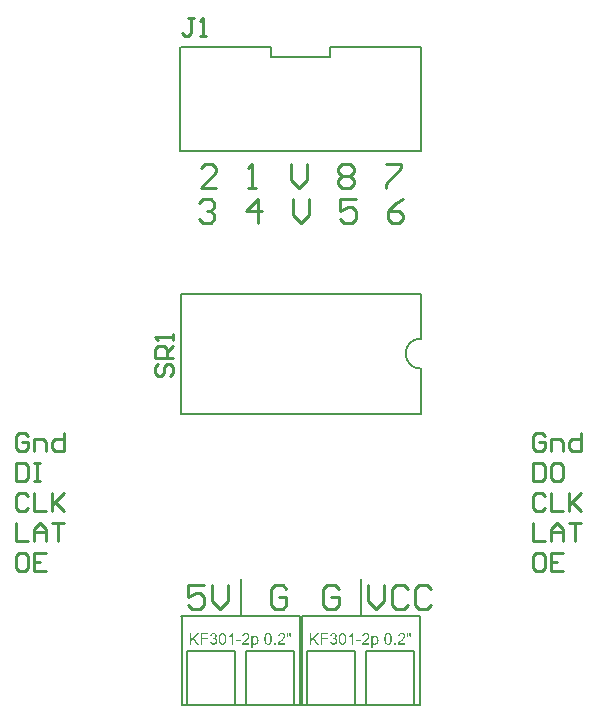
<source format=gbr>
G04 Layer_Color=65535*
%FSLAX26Y26*%
%MOIN*%
%TF.FileFunction,Legend,Top*%
%TF.Part,Single*%
G01*
G75*
%TA.AperFunction,NonConductor*%
%ADD23C,0.007874*%
%ADD24C,0.010000*%
G36*
X110028Y-931448D02*
X110788Y-931566D01*
X111666Y-931741D01*
X112660Y-931975D01*
X113655Y-932326D01*
X114650Y-932794D01*
X114708D01*
X114766Y-932852D01*
X115118Y-933028D01*
X115585Y-933321D01*
X116171Y-933730D01*
X116814Y-934256D01*
X117516Y-934900D01*
X118159Y-935660D01*
X118745Y-936480D01*
X118803Y-936596D01*
X118978Y-936889D01*
X119213Y-937357D01*
X119447Y-937942D01*
X119680Y-938702D01*
X119915Y-939521D01*
X120090Y-940399D01*
X120148Y-941394D01*
Y-941510D01*
Y-941803D01*
X120090Y-942271D01*
X119973Y-942856D01*
X119797Y-943558D01*
X119564Y-944318D01*
X119271Y-945138D01*
X118803Y-945898D01*
X118745Y-946015D01*
X118569Y-946249D01*
X118218Y-946600D01*
X117808Y-947068D01*
X117224Y-947595D01*
X116580Y-948121D01*
X115761Y-948706D01*
X114825Y-949174D01*
X114883D01*
X115001Y-949232D01*
X115176D01*
X115410Y-949350D01*
X115995Y-949525D01*
X116755Y-949876D01*
X117575Y-950285D01*
X118452Y-950870D01*
X119329Y-951572D01*
X120090Y-952450D01*
X120148Y-952567D01*
X120382Y-952918D01*
X120675Y-953444D01*
X121085Y-954146D01*
X121436Y-955024D01*
X121728Y-956077D01*
X121962Y-957306D01*
X122020Y-958651D01*
Y-958710D01*
Y-958885D01*
Y-959119D01*
X121962Y-959470D01*
X121903Y-959938D01*
X121845Y-960406D01*
X121728Y-960991D01*
X121552Y-961576D01*
X121143Y-962922D01*
X120850Y-963682D01*
X120441Y-964384D01*
X120031Y-965086D01*
X119564Y-965788D01*
X118978Y-966490D01*
X118335Y-967192D01*
X118276Y-967250D01*
X118159Y-967367D01*
X117984Y-967485D01*
X117692Y-967718D01*
X117341Y-968011D01*
X116873Y-968303D01*
X116346Y-968596D01*
X115820Y-968889D01*
X115176Y-969240D01*
X114474Y-969532D01*
X113713Y-969824D01*
X112894Y-970117D01*
X112017Y-970351D01*
X111081Y-970468D01*
X110087Y-970585D01*
X109092Y-970644D01*
X108624D01*
X108273Y-970585D01*
X107805Y-970527D01*
X107337Y-970468D01*
X106752Y-970409D01*
X106167Y-970293D01*
X104822Y-969942D01*
X103418Y-969356D01*
X102716Y-969064D01*
X102072Y-968654D01*
X101370Y-968187D01*
X100727Y-967660D01*
X100668Y-967601D01*
X100609Y-967543D01*
X100434Y-967367D01*
X100200Y-967134D01*
X99966Y-966783D01*
X99674Y-966432D01*
X99323Y-966022D01*
X99030Y-965554D01*
X98328Y-964384D01*
X97743Y-963038D01*
X97216Y-961518D01*
X97041Y-960698D01*
X96924Y-959821D01*
X101662Y-959178D01*
Y-959236D01*
X101721Y-959353D01*
Y-959587D01*
X101838Y-959821D01*
X102013Y-960523D01*
X102306Y-961400D01*
X102657Y-962337D01*
X103125Y-963331D01*
X103710Y-964208D01*
X104353Y-964969D01*
X104471Y-965028D01*
X104704Y-965261D01*
X105114Y-965495D01*
X105699Y-965846D01*
X106343Y-966139D01*
X107162Y-966432D01*
X108097Y-966665D01*
X109092Y-966724D01*
X109443D01*
X109677Y-966665D01*
X110262Y-966607D01*
X111022Y-966432D01*
X111959Y-966139D01*
X112894Y-965788D01*
X113831Y-965203D01*
X114708Y-964442D01*
X114825Y-964326D01*
X115059Y-964033D01*
X115410Y-963565D01*
X115878Y-962863D01*
X116287Y-962044D01*
X116638Y-961049D01*
X116873Y-959938D01*
X116990Y-958710D01*
Y-958651D01*
Y-958592D01*
Y-958417D01*
X116931Y-958183D01*
X116873Y-957598D01*
X116697Y-956837D01*
X116463Y-956019D01*
X116053Y-955082D01*
X115527Y-954205D01*
X114825Y-953386D01*
X114708Y-953269D01*
X114474Y-953035D01*
X114006Y-952742D01*
X113362Y-952333D01*
X112602Y-951923D01*
X111666Y-951631D01*
X110671Y-951397D01*
X109501Y-951280D01*
X108975D01*
X108566Y-951338D01*
X108097Y-951397D01*
X107513Y-951456D01*
X106869Y-951572D01*
X106167Y-951748D01*
X106694Y-947595D01*
X106986D01*
X107220Y-947653D01*
X107981D01*
X108507Y-947595D01*
X109267Y-947477D01*
X110087Y-947302D01*
X110964Y-947010D01*
X111900Y-946659D01*
X112836Y-946132D01*
X112953Y-946073D01*
X113246Y-945840D01*
X113597Y-945430D01*
X114064Y-944904D01*
X114532Y-944260D01*
X114883Y-943441D01*
X115176Y-942447D01*
X115293Y-941277D01*
Y-941218D01*
Y-941159D01*
Y-940867D01*
X115176Y-940399D01*
X115059Y-939755D01*
X114883Y-939112D01*
X114532Y-938410D01*
X114123Y-937649D01*
X113538Y-937006D01*
X113480Y-936947D01*
X113246Y-936713D01*
X112836Y-936421D01*
X112309Y-936129D01*
X111666Y-935778D01*
X110906Y-935543D01*
X110028Y-935309D01*
X109034Y-935251D01*
X108566D01*
X108039Y-935368D01*
X107454Y-935485D01*
X106694Y-935660D01*
X105933Y-936011D01*
X105172Y-936421D01*
X104412Y-937006D01*
X104353Y-937064D01*
X104120Y-937298D01*
X103827Y-937708D01*
X103476Y-938293D01*
X103067Y-938995D01*
X102716Y-939872D01*
X102365Y-940926D01*
X102130Y-942154D01*
X97392Y-941335D01*
Y-941277D01*
X97451Y-941101D01*
X97509Y-940867D01*
X97567Y-940574D01*
X97684Y-940165D01*
X97802Y-939697D01*
X98211Y-938644D01*
X98679Y-937474D01*
X99381Y-936245D01*
X100200Y-935076D01*
X101253Y-934023D01*
X101311Y-933964D01*
X101370Y-933905D01*
X101546Y-933788D01*
X101838Y-933613D01*
X102130Y-933438D01*
X102481Y-933203D01*
X103359Y-932677D01*
X104471Y-932209D01*
X105816Y-931799D01*
X107278Y-931507D01*
X108097Y-931390D01*
X109443D01*
X110028Y-931448D01*
D02*
G37*
G36*
X44917Y-947185D02*
X61766Y-970000D01*
X55038D01*
X41349Y-950636D01*
X35090Y-956662D01*
Y-970000D01*
X30000D01*
Y-931566D01*
X35090D01*
Y-950578D01*
X54160Y-931566D01*
X61063D01*
X44917Y-947185D01*
D02*
G37*
G36*
X200293Y-958476D02*
X185844D01*
Y-953737D01*
X200293D01*
Y-958476D01*
D02*
G37*
G36*
X248965Y-941628D02*
X249785Y-941745D01*
X250779Y-941979D01*
X251832Y-942271D01*
X252885Y-942739D01*
X253938Y-943383D01*
X253996D01*
X254055Y-943441D01*
X254406Y-943734D01*
X254874Y-944143D01*
X255518Y-944728D01*
X256161Y-945430D01*
X256863Y-946366D01*
X257507Y-947361D01*
X258091Y-948589D01*
Y-948648D01*
X258150Y-948764D01*
X258209Y-948940D01*
X258325Y-949174D01*
X258442Y-949466D01*
X258560Y-949876D01*
X258793Y-950754D01*
X259027Y-951865D01*
X259262Y-953093D01*
X259437Y-954439D01*
X259495Y-955902D01*
Y-955960D01*
Y-956077D01*
Y-956311D01*
Y-956604D01*
X259437Y-957013D01*
Y-957423D01*
X259320Y-958476D01*
X259086Y-959645D01*
X258852Y-960933D01*
X258442Y-962278D01*
X257916Y-963624D01*
Y-963682D01*
X257858Y-963799D01*
X257740Y-963975D01*
X257623Y-964208D01*
X257272Y-964793D01*
X256805Y-965554D01*
X256161Y-966373D01*
X255400Y-967250D01*
X254523Y-968069D01*
X253470Y-968830D01*
X253411D01*
X253353Y-968889D01*
X253178Y-969005D01*
X252944Y-969122D01*
X252358Y-969415D01*
X251598Y-969707D01*
X250662Y-970058D01*
X249667Y-970351D01*
X248498Y-970585D01*
X247327Y-970644D01*
X246918D01*
X246508Y-970585D01*
X245923Y-970527D01*
X245280Y-970409D01*
X244578Y-970234D01*
X243817Y-970000D01*
X243115Y-969707D01*
X243057Y-969649D01*
X242823Y-969532D01*
X242472Y-969298D01*
X242062Y-969005D01*
X241536Y-968654D01*
X241068Y-968245D01*
X240542Y-967718D01*
X240073Y-967192D01*
Y-980647D01*
X235335D01*
Y-942154D01*
X239664D01*
Y-945781D01*
X239722Y-945664D01*
X239898Y-945430D01*
X240249Y-945079D01*
X240659Y-944611D01*
X241126Y-944085D01*
X241712Y-943558D01*
X242355Y-943032D01*
X243057Y-942622D01*
X243174Y-942563D01*
X243408Y-942447D01*
X243817Y-942271D01*
X244344Y-942037D01*
X245046Y-941861D01*
X245806Y-941686D01*
X246684Y-941569D01*
X247679Y-941510D01*
X248263D01*
X248965Y-941628D01*
D02*
G37*
G36*
X-259669Y-931448D02*
X-258967Y-931566D01*
X-258148Y-931683D01*
X-257212Y-931917D01*
X-256276Y-932268D01*
X-255399Y-932677D01*
X-255281Y-932736D01*
X-254989Y-932911D01*
X-254579Y-933203D01*
X-253994Y-933554D01*
X-253410Y-934081D01*
X-252766Y-934725D01*
X-252123Y-935427D01*
X-251537Y-936245D01*
X-251479Y-936362D01*
X-251304Y-936655D01*
X-251011Y-937182D01*
X-250660Y-937825D01*
X-250309Y-938644D01*
X-249899Y-939639D01*
X-249490Y-940750D01*
X-249139Y-941979D01*
Y-942037D01*
X-249081Y-942154D01*
Y-942330D01*
X-249022Y-942622D01*
X-248905Y-942914D01*
X-248846Y-943324D01*
X-248788Y-943851D01*
X-248671Y-944377D01*
X-248613Y-945020D01*
X-248554Y-945664D01*
X-248437Y-946424D01*
X-248379Y-947244D01*
X-248320Y-948121D01*
Y-948999D01*
X-248262Y-951046D01*
Y-951105D01*
Y-951338D01*
Y-951689D01*
Y-952158D01*
X-248320Y-952742D01*
Y-953386D01*
X-248379Y-954146D01*
X-248437Y-954966D01*
X-248613Y-956721D01*
X-248846Y-958534D01*
X-249197Y-960347D01*
X-249431Y-961167D01*
X-249666Y-961986D01*
Y-962044D01*
X-249724Y-962161D01*
X-249782Y-962395D01*
X-249899Y-962688D01*
X-250075Y-963038D01*
X-250250Y-963389D01*
X-250719Y-964326D01*
X-251304Y-965379D01*
X-252006Y-966432D01*
X-252825Y-967485D01*
X-253819Y-968420D01*
X-253877D01*
X-253936Y-968538D01*
X-254112Y-968596D01*
X-254287Y-968771D01*
X-254930Y-969122D01*
X-255691Y-969532D01*
X-256744Y-969942D01*
X-257914Y-970293D01*
X-259260Y-970527D01*
X-260781Y-970644D01*
X-261307D01*
X-261716Y-970585D01*
X-262185Y-970527D01*
X-262711Y-970409D01*
X-263296Y-970293D01*
X-263940Y-970176D01*
X-265344Y-969707D01*
X-266104Y-969356D01*
X-266806Y-969005D01*
X-267567Y-968538D01*
X-268269Y-968011D01*
X-268912Y-967426D01*
X-269555Y-966724D01*
X-269614Y-966665D01*
X-269731Y-966490D01*
X-269906Y-966197D01*
X-270140Y-965788D01*
X-270433Y-965261D01*
X-270726Y-964618D01*
X-271077Y-963857D01*
X-271428Y-962922D01*
X-271779Y-961927D01*
X-272130Y-960757D01*
X-272422Y-959470D01*
X-272714Y-958066D01*
X-272949Y-956486D01*
X-273124Y-954848D01*
X-273241Y-952976D01*
X-273300Y-951046D01*
Y-950987D01*
Y-950754D01*
Y-950403D01*
Y-949934D01*
X-273241Y-949350D01*
Y-948706D01*
X-273183Y-947946D01*
X-273124Y-947126D01*
X-272949Y-945371D01*
X-272714Y-943558D01*
X-272422Y-941745D01*
X-272188Y-940926D01*
X-271954Y-940106D01*
Y-940048D01*
X-271896Y-939931D01*
X-271779Y-939697D01*
X-271661Y-939404D01*
X-271545Y-939053D01*
X-271369Y-938644D01*
X-270901Y-937708D01*
X-270316Y-936655D01*
X-269614Y-935602D01*
X-268795Y-934607D01*
X-267800Y-933672D01*
X-267742D01*
X-267683Y-933554D01*
X-267508Y-933438D01*
X-267274Y-933321D01*
X-266689Y-932970D01*
X-265870Y-932501D01*
X-264875Y-932092D01*
X-263647Y-931741D01*
X-262301Y-931507D01*
X-260781Y-931390D01*
X-260254D01*
X-259669Y-931448D01*
D02*
G37*
G36*
X367662Y-937884D02*
X366375Y-945138D01*
X363509D01*
X362280Y-937884D01*
Y-931566D01*
X367662D01*
Y-937884D01*
D02*
G37*
G36*
X359004D02*
X357776Y-945138D01*
X354909D01*
X353622Y-937884D01*
Y-931566D01*
X359004D01*
Y-937884D01*
D02*
G37*
G36*
X92186Y-936070D02*
X71359D01*
Y-948062D01*
X89377D01*
Y-952567D01*
X71359D01*
Y-970000D01*
X66270D01*
Y-931566D01*
X92186D01*
Y-936070D01*
D02*
G37*
G36*
X292431Y-931448D02*
X293133Y-931566D01*
X293952Y-931683D01*
X294888Y-931917D01*
X295824Y-932268D01*
X296702Y-932677D01*
X296818Y-932736D01*
X297111Y-932911D01*
X297521Y-933203D01*
X298106Y-933554D01*
X298690Y-934081D01*
X299334Y-934725D01*
X299978Y-935427D01*
X300562Y-936245D01*
X300621Y-936362D01*
X300796Y-936655D01*
X301089Y-937182D01*
X301440Y-937825D01*
X301791Y-938644D01*
X302200Y-939639D01*
X302610Y-940750D01*
X302961Y-941979D01*
Y-942037D01*
X303019Y-942154D01*
Y-942330D01*
X303078Y-942622D01*
X303195Y-942914D01*
X303253Y-943324D01*
X303312Y-943851D01*
X303429Y-944377D01*
X303488Y-945020D01*
X303546Y-945664D01*
X303663Y-946424D01*
X303721Y-947244D01*
X303780Y-948121D01*
Y-948999D01*
X303839Y-951046D01*
Y-951105D01*
Y-951338D01*
Y-951689D01*
Y-952158D01*
X303780Y-952742D01*
Y-953386D01*
X303721Y-954146D01*
X303663Y-954966D01*
X303488Y-956721D01*
X303253Y-958534D01*
X302902Y-960347D01*
X302668Y-961167D01*
X302435Y-961986D01*
Y-962044D01*
X302376Y-962161D01*
X302317Y-962395D01*
X302200Y-962688D01*
X302025Y-963038D01*
X301849Y-963389D01*
X301382Y-964326D01*
X300796Y-965379D01*
X300094Y-966432D01*
X299276Y-967485D01*
X298281Y-968420D01*
X298223D01*
X298164Y-968538D01*
X297988Y-968596D01*
X297813Y-968771D01*
X297170Y-969122D01*
X296409Y-969532D01*
X295356Y-969942D01*
X294186Y-970293D01*
X292841Y-970527D01*
X291320Y-970644D01*
X290793D01*
X290384Y-970585D01*
X289916Y-970527D01*
X289389Y-970409D01*
X288804Y-970293D01*
X288161Y-970176D01*
X286757Y-969707D01*
X285996Y-969356D01*
X285294Y-969005D01*
X284534Y-968538D01*
X283832Y-968011D01*
X283188Y-967426D01*
X282545Y-966724D01*
X282486Y-966665D01*
X282369Y-966490D01*
X282193Y-966197D01*
X281959Y-965788D01*
X281667Y-965261D01*
X281375Y-964618D01*
X281024Y-963857D01*
X280673Y-962922D01*
X280322Y-961927D01*
X279971Y-960757D01*
X279678Y-959470D01*
X279385Y-958066D01*
X279151Y-956486D01*
X278976Y-954848D01*
X278859Y-952976D01*
X278800Y-951046D01*
Y-950987D01*
Y-950754D01*
Y-950403D01*
Y-949934D01*
X278859Y-949350D01*
Y-948706D01*
X278918Y-947946D01*
X278976Y-947126D01*
X279151Y-945371D01*
X279385Y-943558D01*
X279678Y-941745D01*
X279912Y-940926D01*
X280146Y-940106D01*
Y-940048D01*
X280204Y-939931D01*
X280322Y-939697D01*
X280438Y-939404D01*
X280555Y-939053D01*
X280731Y-938644D01*
X281199Y-937708D01*
X281784Y-936655D01*
X282486Y-935602D01*
X283305Y-934607D01*
X284300Y-933672D01*
X284358D01*
X284416Y-933554D01*
X284592Y-933438D01*
X284826Y-933321D01*
X285411Y-932970D01*
X286230Y-932501D01*
X287224Y-932092D01*
X288453Y-931741D01*
X289798Y-931507D01*
X291320Y-931390D01*
X291846D01*
X292431Y-931448D01*
D02*
G37*
G36*
X140331D02*
X141033Y-931566D01*
X141852Y-931683D01*
X142788Y-931917D01*
X143724Y-932268D01*
X144601Y-932677D01*
X144719Y-932736D01*
X145011Y-932911D01*
X145421Y-933203D01*
X146006Y-933554D01*
X146590Y-934081D01*
X147234Y-934725D01*
X147877Y-935427D01*
X148463Y-936245D01*
X148521Y-936362D01*
X148696Y-936655D01*
X148989Y-937182D01*
X149340Y-937825D01*
X149691Y-938644D01*
X150101Y-939639D01*
X150510Y-940750D01*
X150861Y-941979D01*
Y-942037D01*
X150919Y-942154D01*
Y-942330D01*
X150978Y-942622D01*
X151095Y-942914D01*
X151154Y-943324D01*
X151212Y-943851D01*
X151329Y-944377D01*
X151387Y-945020D01*
X151446Y-945664D01*
X151563Y-946424D01*
X151621Y-947244D01*
X151680Y-948121D01*
Y-948999D01*
X151738Y-951046D01*
Y-951105D01*
Y-951338D01*
Y-951689D01*
Y-952158D01*
X151680Y-952742D01*
Y-953386D01*
X151621Y-954146D01*
X151563Y-954966D01*
X151387Y-956721D01*
X151154Y-958534D01*
X150803Y-960347D01*
X150569Y-961167D01*
X150334Y-961986D01*
Y-962044D01*
X150276Y-962161D01*
X150218Y-962395D01*
X150101Y-962688D01*
X149925Y-963038D01*
X149750Y-963389D01*
X149281Y-964326D01*
X148696Y-965379D01*
X147994Y-966432D01*
X147175Y-967485D01*
X146181Y-968420D01*
X146123D01*
X146064Y-968538D01*
X145888Y-968596D01*
X145713Y-968771D01*
X145070Y-969122D01*
X144309Y-969532D01*
X143256Y-969942D01*
X142086Y-970293D01*
X140740Y-970527D01*
X139220Y-970644D01*
X138693D01*
X138284Y-970585D01*
X137815Y-970527D01*
X137289Y-970409D01*
X136704Y-970293D01*
X136060Y-970176D01*
X134656Y-969707D01*
X133896Y-969356D01*
X133194Y-969005D01*
X132434Y-968538D01*
X131732Y-968011D01*
X131088Y-967426D01*
X130445Y-966724D01*
X130386Y-966665D01*
X130269Y-966490D01*
X130094Y-966197D01*
X129859Y-965788D01*
X129567Y-965261D01*
X129274Y-964618D01*
X128923Y-963857D01*
X128572Y-962922D01*
X128221Y-961927D01*
X127871Y-960757D01*
X127578Y-959470D01*
X127285Y-958066D01*
X127052Y-956486D01*
X126876Y-954848D01*
X126759Y-952976D01*
X126701Y-951046D01*
Y-950987D01*
Y-950754D01*
Y-950403D01*
Y-949934D01*
X126759Y-949350D01*
Y-948706D01*
X126817Y-947946D01*
X126876Y-947126D01*
X127052Y-945371D01*
X127285Y-943558D01*
X127578Y-941745D01*
X127812Y-940926D01*
X128046Y-940106D01*
Y-940048D01*
X128105Y-939931D01*
X128221Y-939697D01*
X128339Y-939404D01*
X128456Y-939053D01*
X128631Y-938644D01*
X129099Y-937708D01*
X129684Y-936655D01*
X130386Y-935602D01*
X131205Y-934607D01*
X132200Y-933672D01*
X132258D01*
X132316Y-933554D01*
X132492Y-933438D01*
X132726Y-933321D01*
X133311Y-932970D01*
X134130Y-932501D01*
X135125Y-932092D01*
X136353Y-931741D01*
X137698Y-931507D01*
X139220Y-931390D01*
X139746D01*
X140331Y-931448D01*
D02*
G37*
G36*
X174320Y-970000D02*
X169581D01*
Y-939931D01*
X169523Y-939990D01*
X169288Y-940223D01*
X168879Y-940516D01*
X168352Y-940926D01*
X167709Y-941452D01*
X166948Y-941979D01*
X166071Y-942622D01*
X165077Y-943207D01*
X165018D01*
X164959Y-943265D01*
X164608Y-943500D01*
X164082Y-943792D01*
X163439Y-944143D01*
X162678Y-944553D01*
X161859Y-944904D01*
X160982Y-945313D01*
X160162Y-945664D01*
Y-941043D01*
X160221D01*
X160338Y-940984D01*
X160572Y-940867D01*
X160806Y-940692D01*
X161157Y-940516D01*
X161566Y-940341D01*
X162502Y-939814D01*
X163555Y-939170D01*
X164726Y-938410D01*
X165895Y-937533D01*
X167007Y-936596D01*
X167065Y-936538D01*
X167124Y-936480D01*
X167475Y-936129D01*
X168001Y-935602D01*
X168645Y-934958D01*
X169347Y-934139D01*
X170049Y-933262D01*
X170692Y-932326D01*
X171219Y-931390D01*
X174320D01*
Y-970000D01*
D02*
G37*
G36*
X337183Y-931448D02*
X337651Y-931507D01*
X338178Y-931566D01*
X338763Y-931624D01*
X339406Y-931799D01*
X340810Y-932150D01*
X342273Y-932677D01*
X343034Y-933028D01*
X343736Y-933438D01*
X344379Y-933964D01*
X345022Y-934490D01*
X345081Y-934549D01*
X345139Y-934607D01*
X345315Y-934783D01*
X345549Y-935017D01*
X345783Y-935368D01*
X346075Y-935719D01*
X346661Y-936596D01*
X347245Y-937708D01*
X347772Y-938995D01*
X348182Y-940457D01*
X348240Y-941277D01*
X348298Y-942096D01*
Y-942212D01*
Y-942505D01*
X348240Y-942973D01*
X348182Y-943558D01*
X348065Y-944260D01*
X347889Y-945020D01*
X347655Y-945840D01*
X347304Y-946659D01*
X347245Y-946775D01*
X347128Y-947068D01*
X346894Y-947477D01*
X346543Y-948062D01*
X346134Y-948764D01*
X345608Y-949583D01*
X344906Y-950403D01*
X344145Y-951338D01*
X344028Y-951456D01*
X343736Y-951807D01*
X343209Y-952333D01*
X342858Y-952684D01*
X342449Y-953093D01*
X341981Y-953562D01*
X341396Y-954088D01*
X340810Y-954615D01*
X340167Y-955258D01*
X339465Y-955902D01*
X338646Y-956604D01*
X337827Y-957306D01*
X336891Y-958125D01*
X336832Y-958183D01*
X336716Y-958300D01*
X336481Y-958476D01*
X336189Y-958710D01*
X335487Y-959294D01*
X334610Y-960055D01*
X333732Y-960874D01*
X332796Y-961693D01*
X332036Y-962395D01*
X331743Y-962688D01*
X331450Y-962980D01*
X331392Y-963038D01*
X331275Y-963214D01*
X331041Y-963448D01*
X330748Y-963799D01*
X330105Y-964559D01*
X329462Y-965495D01*
X348357D01*
Y-970000D01*
X322909D01*
Y-969942D01*
Y-969707D01*
Y-969356D01*
X322968Y-968947D01*
X323026Y-968479D01*
X323085Y-967952D01*
X323260Y-967367D01*
X323436Y-966783D01*
Y-966724D01*
X323495Y-966665D01*
X323611Y-966314D01*
X323846Y-965846D01*
X324197Y-965144D01*
X324606Y-964384D01*
X325191Y-963506D01*
X325776Y-962629D01*
X326536Y-961693D01*
Y-961635D01*
X326654Y-961576D01*
X326946Y-961225D01*
X327414Y-960698D01*
X328116Y-959996D01*
X328993Y-959178D01*
X330046Y-958183D01*
X331334Y-957072D01*
X332738Y-955843D01*
X332796Y-955784D01*
X333030Y-955609D01*
X333322Y-955375D01*
X333732Y-954966D01*
X334259Y-954556D01*
X334844Y-954029D01*
X336130Y-952918D01*
X337534Y-951572D01*
X338938Y-950227D01*
X339640Y-949583D01*
X340226Y-948940D01*
X340752Y-948297D01*
X341220Y-947712D01*
Y-947653D01*
X341337Y-947595D01*
X341454Y-947419D01*
X341571Y-947185D01*
X341922Y-946600D01*
X342332Y-945840D01*
X342741Y-944962D01*
X343092Y-944026D01*
X343326Y-942973D01*
X343443Y-941979D01*
Y-941920D01*
Y-941861D01*
X343385Y-941510D01*
X343326Y-940984D01*
X343209Y-940341D01*
X342916Y-939580D01*
X342565Y-938819D01*
X342098Y-938000D01*
X341396Y-937240D01*
X341279Y-937182D01*
X341045Y-936947D01*
X340577Y-936655D01*
X339991Y-936245D01*
X339231Y-935894D01*
X338353Y-935602D01*
X337300Y-935368D01*
X336130Y-935309D01*
X335779D01*
X335546Y-935368D01*
X334961Y-935427D01*
X334200Y-935543D01*
X333322Y-935836D01*
X332387Y-936187D01*
X331509Y-936713D01*
X330690Y-937415D01*
X330632Y-937533D01*
X330397Y-937766D01*
X330046Y-938235D01*
X329695Y-938878D01*
X329286Y-939697D01*
X328993Y-940633D01*
X328760Y-941745D01*
X328642Y-943032D01*
X323787Y-942505D01*
Y-942447D01*
Y-942271D01*
X323846Y-941979D01*
X323904Y-941628D01*
X324021Y-941159D01*
X324079Y-940633D01*
X324430Y-939463D01*
X324899Y-938117D01*
X325542Y-936772D01*
X326420Y-935427D01*
X326887Y-934841D01*
X327473Y-934256D01*
X327531Y-934198D01*
X327648Y-934139D01*
X327824Y-933964D01*
X328058Y-933788D01*
X328409Y-933613D01*
X328818Y-933321D01*
X329286Y-933087D01*
X329812Y-932794D01*
X330397Y-932560D01*
X331041Y-932268D01*
X331801Y-932034D01*
X332562Y-931858D01*
X334317Y-931507D01*
X335253Y-931448D01*
X336248Y-931390D01*
X336774D01*
X337183Y-931448D01*
D02*
G37*
G36*
X316650Y-970000D02*
X311268D01*
Y-964618D01*
X316650D01*
Y-970000D01*
D02*
G37*
G36*
X217844Y-931448D02*
X218311Y-931507D01*
X218838Y-931566D01*
X219423Y-931624D01*
X220066Y-931799D01*
X221470Y-932150D01*
X222933Y-932677D01*
X223694Y-933028D01*
X224395Y-933438D01*
X225039Y-933964D01*
X225683Y-934490D01*
X225741Y-934549D01*
X225799Y-934607D01*
X225975Y-934783D01*
X226209Y-935017D01*
X226443Y-935368D01*
X226736Y-935719D01*
X227321Y-936596D01*
X227905Y-937708D01*
X228432Y-938995D01*
X228841Y-940457D01*
X228900Y-941277D01*
X228958Y-942096D01*
Y-942212D01*
Y-942505D01*
X228900Y-942973D01*
X228841Y-943558D01*
X228725Y-944260D01*
X228549Y-945020D01*
X228315Y-945840D01*
X227964Y-946659D01*
X227905Y-946775D01*
X227788Y-947068D01*
X227554Y-947477D01*
X227203Y-948062D01*
X226794Y-948764D01*
X226268Y-949583D01*
X225565Y-950403D01*
X224805Y-951338D01*
X224688Y-951456D01*
X224395Y-951807D01*
X223869Y-952333D01*
X223518Y-952684D01*
X223108Y-953093D01*
X222641Y-953562D01*
X222055Y-954088D01*
X221470Y-954615D01*
X220827Y-955258D01*
X220125Y-955902D01*
X219306Y-956604D01*
X218487Y-957306D01*
X217551Y-958125D01*
X217493Y-958183D01*
X217375Y-958300D01*
X217142Y-958476D01*
X216849Y-958710D01*
X216147Y-959294D01*
X215269Y-960055D01*
X214392Y-960874D01*
X213456Y-961693D01*
X212696Y-962395D01*
X212403Y-962688D01*
X212111Y-962980D01*
X212052Y-963038D01*
X211935Y-963214D01*
X211701Y-963448D01*
X211409Y-963799D01*
X210765Y-964559D01*
X210121Y-965495D01*
X229017D01*
Y-970000D01*
X203570D01*
Y-969942D01*
Y-969707D01*
Y-969356D01*
X203628Y-968947D01*
X203686Y-968479D01*
X203745Y-967952D01*
X203921Y-967367D01*
X204096Y-966783D01*
Y-966724D01*
X204155Y-966665D01*
X204272Y-966314D01*
X204506Y-965846D01*
X204857Y-965144D01*
X205266Y-964384D01*
X205851Y-963506D01*
X206436Y-962629D01*
X207196Y-961693D01*
Y-961635D01*
X207314Y-961576D01*
X207606Y-961225D01*
X208074Y-960698D01*
X208776Y-959996D01*
X209654Y-959178D01*
X210707Y-958183D01*
X211994Y-957072D01*
X213398Y-955843D01*
X213456Y-955784D01*
X213690Y-955609D01*
X213982Y-955375D01*
X214392Y-954966D01*
X214918Y-954556D01*
X215504Y-954029D01*
X216791Y-952918D01*
X218195Y-951572D01*
X219599Y-950227D01*
X220300Y-949583D01*
X220886Y-948940D01*
X221412Y-948297D01*
X221880Y-947712D01*
Y-947653D01*
X221997Y-947595D01*
X222114Y-947419D01*
X222231Y-947185D01*
X222582Y-946600D01*
X222992Y-945840D01*
X223401Y-944962D01*
X223752Y-944026D01*
X223986Y-942973D01*
X224103Y-941979D01*
Y-941920D01*
Y-941861D01*
X224044Y-941510D01*
X223986Y-940984D01*
X223869Y-940341D01*
X223577Y-939580D01*
X223226Y-938819D01*
X222757Y-938000D01*
X222055Y-937240D01*
X221939Y-937182D01*
X221704Y-936947D01*
X221237Y-936655D01*
X220651Y-936245D01*
X219891Y-935894D01*
X219013Y-935602D01*
X217960Y-935368D01*
X216791Y-935309D01*
X216440D01*
X216206Y-935368D01*
X215620Y-935427D01*
X214860Y-935543D01*
X213982Y-935836D01*
X213047Y-936187D01*
X212169Y-936713D01*
X211350Y-937415D01*
X211292Y-937533D01*
X211058Y-937766D01*
X210707Y-938235D01*
X210356Y-938878D01*
X209946Y-939697D01*
X209654Y-940633D01*
X209419Y-941745D01*
X209303Y-943032D01*
X204447Y-942505D01*
Y-942447D01*
Y-942271D01*
X204506Y-941979D01*
X204564Y-941628D01*
X204681Y-941159D01*
X204739Y-940633D01*
X205090Y-939463D01*
X205559Y-938117D01*
X206202Y-936772D01*
X207079Y-935427D01*
X207548Y-934841D01*
X208132Y-934256D01*
X208191Y-934198D01*
X208308Y-934139D01*
X208483Y-933964D01*
X208718Y-933788D01*
X209069Y-933613D01*
X209478Y-933321D01*
X209946Y-933087D01*
X210472Y-932794D01*
X211058Y-932560D01*
X211701Y-932268D01*
X212462Y-932034D01*
X213222Y-931858D01*
X214977Y-931507D01*
X215913Y-931448D01*
X216907Y-931390D01*
X217434D01*
X217844Y-931448D01*
D02*
G37*
G36*
X-107569D02*
X-106867Y-931566D01*
X-106048Y-931683D01*
X-105112Y-931917D01*
X-104176Y-932268D01*
X-103299Y-932677D01*
X-103181Y-932736D01*
X-102889Y-932911D01*
X-102480Y-933203D01*
X-101894Y-933554D01*
X-101309Y-934081D01*
X-100666Y-934725D01*
X-100022Y-935427D01*
X-99438Y-936245D01*
X-99379Y-936362D01*
X-99204Y-936655D01*
X-98911Y-937182D01*
X-98560Y-937825D01*
X-98209Y-938644D01*
X-97799Y-939639D01*
X-97390Y-940750D01*
X-97039Y-941979D01*
Y-942037D01*
X-96981Y-942154D01*
Y-942330D01*
X-96922Y-942622D01*
X-96805Y-942914D01*
X-96746Y-943324D01*
X-96688Y-943851D01*
X-96571Y-944377D01*
X-96513Y-945020D01*
X-96454Y-945664D01*
X-96337Y-946424D01*
X-96278Y-947244D01*
X-96220Y-948121D01*
Y-948999D01*
X-96162Y-951046D01*
Y-951105D01*
Y-951338D01*
Y-951689D01*
Y-952158D01*
X-96220Y-952742D01*
Y-953386D01*
X-96278Y-954146D01*
X-96337Y-954966D01*
X-96513Y-956721D01*
X-96746Y-958534D01*
X-97097Y-960347D01*
X-97332Y-961167D01*
X-97566Y-961986D01*
Y-962044D01*
X-97624Y-962161D01*
X-97683Y-962395D01*
X-97799Y-962688D01*
X-97975Y-963038D01*
X-98150Y-963389D01*
X-98618Y-964326D01*
X-99204Y-965379D01*
X-99906Y-966432D01*
X-100725Y-967485D01*
X-101719Y-968420D01*
X-101778D01*
X-101836Y-968538D01*
X-102011Y-968596D01*
X-102187Y-968771D01*
X-102831Y-969122D01*
X-103591Y-969532D01*
X-104644Y-969942D01*
X-105814Y-970293D01*
X-107159Y-970527D01*
X-108680Y-970644D01*
X-109207D01*
X-109617Y-970585D01*
X-110085Y-970527D01*
X-110611Y-970409D01*
X-111196Y-970293D01*
X-111840Y-970176D01*
X-113243Y-969707D01*
X-114004Y-969356D01*
X-114706Y-969005D01*
X-115466Y-968538D01*
X-116168Y-968011D01*
X-116812Y-967426D01*
X-117456Y-966724D01*
X-117514Y-966665D01*
X-117631Y-966490D01*
X-117806Y-966197D01*
X-118040Y-965788D01*
X-118333Y-965261D01*
X-118626Y-964618D01*
X-118977Y-963857D01*
X-119328Y-962922D01*
X-119678Y-961927D01*
X-120029Y-960757D01*
X-120322Y-959470D01*
X-120615Y-958066D01*
X-120849Y-956486D01*
X-121024Y-954848D01*
X-121141Y-952976D01*
X-121200Y-951046D01*
Y-950987D01*
Y-950754D01*
Y-950403D01*
Y-949934D01*
X-121141Y-949350D01*
Y-948706D01*
X-121082Y-947946D01*
X-121024Y-947126D01*
X-120849Y-945371D01*
X-120615Y-943558D01*
X-120322Y-941745D01*
X-120088Y-940926D01*
X-119854Y-940106D01*
Y-940048D01*
X-119796Y-939931D01*
X-119678Y-939697D01*
X-119561Y-939404D01*
X-119445Y-939053D01*
X-119269Y-938644D01*
X-118801Y-937708D01*
X-118216Y-936655D01*
X-117514Y-935602D01*
X-116695Y-934607D01*
X-115701Y-933672D01*
X-115642D01*
X-115584Y-933554D01*
X-115408Y-933438D01*
X-115174Y-933321D01*
X-114589Y-932970D01*
X-113770Y-932501D01*
X-112775Y-932092D01*
X-111547Y-931741D01*
X-110201Y-931507D01*
X-108680Y-931390D01*
X-108154D01*
X-107569Y-931448D01*
D02*
G37*
G36*
X-151035Y-941628D02*
X-150215Y-941745D01*
X-149221Y-941979D01*
X-148168Y-942271D01*
X-147115Y-942739D01*
X-146062Y-943383D01*
X-146004D01*
X-145945Y-943441D01*
X-145594Y-943734D01*
X-145126Y-944143D01*
X-144482Y-944728D01*
X-143839Y-945430D01*
X-143137Y-946366D01*
X-142494Y-947361D01*
X-141909Y-948589D01*
Y-948648D01*
X-141850Y-948764D01*
X-141792Y-948940D01*
X-141674Y-949174D01*
X-141558Y-949466D01*
X-141440Y-949876D01*
X-141207Y-950754D01*
X-140972Y-951865D01*
X-140738Y-953093D01*
X-140563Y-954439D01*
X-140505Y-955902D01*
Y-955960D01*
Y-956077D01*
Y-956311D01*
Y-956604D01*
X-140563Y-957013D01*
Y-957423D01*
X-140680Y-958476D01*
X-140914Y-959645D01*
X-141148Y-960933D01*
X-141558Y-962278D01*
X-142084Y-963624D01*
Y-963682D01*
X-142143Y-963799D01*
X-142260Y-963975D01*
X-142376Y-964208D01*
X-142727Y-964793D01*
X-143196Y-965554D01*
X-143839Y-966373D01*
X-144600Y-967250D01*
X-145477Y-968069D01*
X-146530Y-968830D01*
X-146589D01*
X-146647Y-968889D01*
X-146822Y-969005D01*
X-147056Y-969122D01*
X-147642Y-969415D01*
X-148402Y-969707D01*
X-149338Y-970058D01*
X-150333Y-970351D01*
X-151502Y-970585D01*
X-152673Y-970644D01*
X-153082D01*
X-153492Y-970585D01*
X-154077Y-970527D01*
X-154720Y-970409D01*
X-155422Y-970234D01*
X-156183Y-970000D01*
X-156885Y-969707D01*
X-156943Y-969649D01*
X-157177Y-969532D01*
X-157528Y-969298D01*
X-157938Y-969005D01*
X-158464Y-968654D01*
X-158932Y-968245D01*
X-159458Y-967718D01*
X-159927Y-967192D01*
Y-980647D01*
X-164665D01*
Y-942154D01*
X-160336D01*
Y-945781D01*
X-160278Y-945664D01*
X-160102Y-945430D01*
X-159751Y-945079D01*
X-159341Y-944611D01*
X-158874Y-944085D01*
X-158288Y-943558D01*
X-157645Y-943032D01*
X-156943Y-942622D01*
X-156826Y-942563D01*
X-156592Y-942447D01*
X-156183Y-942271D01*
X-155656Y-942037D01*
X-154954Y-941861D01*
X-154194Y-941686D01*
X-153316Y-941569D01*
X-152321Y-941510D01*
X-151737D01*
X-151035Y-941628D01*
D02*
G37*
G36*
X-40996Y-937884D02*
X-42224Y-945138D01*
X-45091D01*
X-46378Y-937884D01*
Y-931566D01*
X-40996D01*
Y-937884D01*
D02*
G37*
G36*
X-289972Y-931448D02*
X-289212Y-931566D01*
X-288334Y-931741D01*
X-287339Y-931975D01*
X-286345Y-932326D01*
X-285351Y-932794D01*
X-285292D01*
X-285233Y-932852D01*
X-284882Y-933028D01*
X-284414Y-933321D01*
X-283829Y-933730D01*
X-283186Y-934256D01*
X-282484Y-934900D01*
X-281841Y-935660D01*
X-281255Y-936480D01*
X-281197Y-936596D01*
X-281022Y-936889D01*
X-280788Y-937357D01*
X-280553Y-937942D01*
X-280320Y-938702D01*
X-280086Y-939521D01*
X-279910Y-940399D01*
X-279851Y-941394D01*
Y-941510D01*
Y-941803D01*
X-279910Y-942271D01*
X-280027Y-942856D01*
X-280202Y-943558D01*
X-280437Y-944318D01*
X-280729Y-945138D01*
X-281197Y-945898D01*
X-281255Y-946015D01*
X-281431Y-946249D01*
X-281782Y-946600D01*
X-282192Y-947068D01*
X-282776Y-947595D01*
X-283420Y-948121D01*
X-284239Y-948706D01*
X-285175Y-949174D01*
X-285116D01*
X-285000Y-949232D01*
X-284824D01*
X-284590Y-949350D01*
X-284005Y-949525D01*
X-283245Y-949876D01*
X-282425Y-950285D01*
X-281548Y-950870D01*
X-280671Y-951572D01*
X-279910Y-952450D01*
X-279851Y-952567D01*
X-279618Y-952918D01*
X-279325Y-953444D01*
X-278916Y-954146D01*
X-278565Y-955024D01*
X-278272Y-956077D01*
X-278038Y-957306D01*
X-277979Y-958651D01*
Y-958710D01*
Y-958885D01*
Y-959119D01*
X-278038Y-959470D01*
X-278096Y-959938D01*
X-278155Y-960406D01*
X-278272Y-960991D01*
X-278447Y-961576D01*
X-278857Y-962922D01*
X-279149Y-963682D01*
X-279559Y-964384D01*
X-279969Y-965086D01*
X-280437Y-965788D01*
X-281022Y-966490D01*
X-281665Y-967192D01*
X-281724Y-967250D01*
X-281841Y-967367D01*
X-282016Y-967485D01*
X-282308Y-967718D01*
X-282659Y-968011D01*
X-283127Y-968303D01*
X-283654Y-968596D01*
X-284180Y-968889D01*
X-284824Y-969240D01*
X-285526Y-969532D01*
X-286286Y-969824D01*
X-287106Y-970117D01*
X-287983Y-970351D01*
X-288919Y-970468D01*
X-289913Y-970585D01*
X-290908Y-970644D01*
X-291376D01*
X-291727Y-970585D01*
X-292195Y-970527D01*
X-292663Y-970468D01*
X-293248Y-970409D01*
X-293833Y-970293D01*
X-295178Y-969942D01*
X-296582Y-969356D01*
X-297284Y-969064D01*
X-297928Y-968654D01*
X-298630Y-968187D01*
X-299274Y-967660D01*
X-299332Y-967601D01*
X-299390Y-967543D01*
X-299566Y-967367D01*
X-299800Y-967134D01*
X-300034Y-966783D01*
X-300327Y-966432D01*
X-300678Y-966022D01*
X-300970Y-965554D01*
X-301672Y-964384D01*
X-302257Y-963038D01*
X-302784Y-961518D01*
X-302959Y-960698D01*
X-303076Y-959821D01*
X-298337Y-959178D01*
Y-959236D01*
X-298279Y-959353D01*
Y-959587D01*
X-298162Y-959821D01*
X-297986Y-960523D01*
X-297694Y-961400D01*
X-297343Y-962337D01*
X-296875Y-963331D01*
X-296290Y-964208D01*
X-295647Y-964969D01*
X-295529Y-965028D01*
X-295296Y-965261D01*
X-294886Y-965495D01*
X-294301Y-965846D01*
X-293658Y-966139D01*
X-292839Y-966432D01*
X-291902Y-966665D01*
X-290908Y-966724D01*
X-290557D01*
X-290323Y-966665D01*
X-289738Y-966607D01*
X-288978Y-966432D01*
X-288041Y-966139D01*
X-287106Y-965788D01*
X-286170Y-965203D01*
X-285292Y-964442D01*
X-285175Y-964326D01*
X-284941Y-964033D01*
X-284590Y-963565D01*
X-284122Y-962863D01*
X-283712Y-962044D01*
X-283361Y-961049D01*
X-283127Y-959938D01*
X-283010Y-958710D01*
Y-958651D01*
Y-958592D01*
Y-958417D01*
X-283069Y-958183D01*
X-283127Y-957598D01*
X-283303Y-956837D01*
X-283537Y-956019D01*
X-283947Y-955082D01*
X-284473Y-954205D01*
X-285175Y-953386D01*
X-285292Y-953269D01*
X-285526Y-953035D01*
X-285994Y-952742D01*
X-286637Y-952333D01*
X-287398Y-951923D01*
X-288334Y-951631D01*
X-289329Y-951397D01*
X-290498Y-951280D01*
X-291025D01*
X-291435Y-951338D01*
X-291902Y-951397D01*
X-292488Y-951456D01*
X-293131Y-951572D01*
X-293833Y-951748D01*
X-293307Y-947595D01*
X-293014D01*
X-292780Y-947653D01*
X-292019D01*
X-291493Y-947595D01*
X-290733Y-947477D01*
X-289913Y-947302D01*
X-289036Y-947010D01*
X-288100Y-946659D01*
X-287164Y-946132D01*
X-287047Y-946073D01*
X-286755Y-945840D01*
X-286404Y-945430D01*
X-285935Y-944904D01*
X-285467Y-944260D01*
X-285116Y-943441D01*
X-284824Y-942447D01*
X-284707Y-941277D01*
Y-941218D01*
Y-941159D01*
Y-940867D01*
X-284824Y-940399D01*
X-284941Y-939755D01*
X-285116Y-939112D01*
X-285467Y-938410D01*
X-285877Y-937649D01*
X-286462Y-937006D01*
X-286521Y-936947D01*
X-286755Y-936713D01*
X-287164Y-936421D01*
X-287690Y-936129D01*
X-288334Y-935778D01*
X-289094Y-935543D01*
X-289972Y-935309D01*
X-290966Y-935251D01*
X-291435D01*
X-291961Y-935368D01*
X-292546Y-935485D01*
X-293307Y-935660D01*
X-294067Y-936011D01*
X-294827Y-936421D01*
X-295588Y-937006D01*
X-295647Y-937064D01*
X-295880Y-937298D01*
X-296173Y-937708D01*
X-296524Y-938293D01*
X-296933Y-938995D01*
X-297284Y-939872D01*
X-297635Y-940926D01*
X-297870Y-942154D01*
X-302608Y-941335D01*
Y-941277D01*
X-302550Y-941101D01*
X-302491Y-940867D01*
X-302433Y-940574D01*
X-302315Y-940165D01*
X-302199Y-939697D01*
X-301789Y-938644D01*
X-301321Y-937474D01*
X-300619Y-936245D01*
X-299800Y-935076D01*
X-298747Y-934023D01*
X-298688Y-933964D01*
X-298630Y-933905D01*
X-298454Y-933788D01*
X-298162Y-933613D01*
X-297870Y-933438D01*
X-297519Y-933203D01*
X-296641Y-932677D01*
X-295529Y-932209D01*
X-294184Y-931799D01*
X-292721Y-931507D01*
X-291902Y-931390D01*
X-290557D01*
X-289972Y-931448D01*
D02*
G37*
G36*
X-199707Y-958476D02*
X-214156D01*
Y-953737D01*
X-199707D01*
Y-958476D01*
D02*
G37*
G36*
X-355082Y-947185D02*
X-338235Y-970000D01*
X-344962D01*
X-358651Y-950636D01*
X-364911Y-956662D01*
Y-970000D01*
X-370000D01*
Y-931566D01*
X-364911D01*
Y-950578D01*
X-345839Y-931566D01*
X-338937D01*
X-355082Y-947185D01*
D02*
G37*
G36*
X-32338Y-937884D02*
X-33625Y-945138D01*
X-36492D01*
X-37720Y-937884D01*
Y-931566D01*
X-32338D01*
Y-937884D01*
D02*
G37*
G36*
X-225680Y-970000D02*
X-230419D01*
Y-939931D01*
X-230477Y-939990D01*
X-230712Y-940223D01*
X-231121Y-940516D01*
X-231648Y-940926D01*
X-232291Y-941452D01*
X-233052Y-941979D01*
X-233929Y-942622D01*
X-234923Y-943207D01*
X-234982D01*
X-235041Y-943265D01*
X-235392Y-943500D01*
X-235918Y-943792D01*
X-236561Y-944143D01*
X-237322Y-944553D01*
X-238141Y-944904D01*
X-239018Y-945313D01*
X-239838Y-945664D01*
Y-941043D01*
X-239779D01*
X-239662Y-940984D01*
X-239428Y-940867D01*
X-239194Y-940692D01*
X-238843Y-940516D01*
X-238434Y-940341D01*
X-237498Y-939814D01*
X-236445Y-939170D01*
X-235274Y-938410D01*
X-234105Y-937533D01*
X-232993Y-936596D01*
X-232935Y-936538D01*
X-232876Y-936480D01*
X-232525Y-936129D01*
X-231999Y-935602D01*
X-231355Y-934958D01*
X-230653Y-934139D01*
X-229951Y-933262D01*
X-229308Y-932326D01*
X-228781Y-931390D01*
X-225680D01*
Y-970000D01*
D02*
G37*
G36*
X-307815Y-936070D02*
X-328640D01*
Y-948062D01*
X-310623D01*
Y-952567D01*
X-328640D01*
Y-970000D01*
X-333730D01*
Y-931566D01*
X-307815D01*
Y-936070D01*
D02*
G37*
G36*
X-182156Y-931448D02*
X-181689Y-931507D01*
X-181162Y-931566D01*
X-180577Y-931624D01*
X-179934Y-931799D01*
X-178530Y-932150D01*
X-177067Y-932677D01*
X-176306Y-933028D01*
X-175605Y-933438D01*
X-174961Y-933964D01*
X-174317Y-934490D01*
X-174259Y-934549D01*
X-174201Y-934607D01*
X-174025Y-934783D01*
X-173791Y-935017D01*
X-173557Y-935368D01*
X-173264Y-935719D01*
X-172679Y-936596D01*
X-172095Y-937708D01*
X-171568Y-938995D01*
X-171159Y-940457D01*
X-171100Y-941277D01*
X-171042Y-942096D01*
Y-942212D01*
Y-942505D01*
X-171100Y-942973D01*
X-171159Y-943558D01*
X-171275Y-944260D01*
X-171451Y-945020D01*
X-171685Y-945840D01*
X-172036Y-946659D01*
X-172095Y-946775D01*
X-172212Y-947068D01*
X-172446Y-947477D01*
X-172797Y-948062D01*
X-173206Y-948764D01*
X-173732Y-949583D01*
X-174435Y-950403D01*
X-175195Y-951338D01*
X-175312Y-951456D01*
X-175605Y-951807D01*
X-176131Y-952333D01*
X-176482Y-952684D01*
X-176892Y-953093D01*
X-177359Y-953562D01*
X-177945Y-954088D01*
X-178530Y-954615D01*
X-179173Y-955258D01*
X-179875Y-955902D01*
X-180694Y-956604D01*
X-181513Y-957306D01*
X-182449Y-958125D01*
X-182507Y-958183D01*
X-182625Y-958300D01*
X-182858Y-958476D01*
X-183151Y-958710D01*
X-183853Y-959294D01*
X-184731Y-960055D01*
X-185608Y-960874D01*
X-186544Y-961693D01*
X-187304Y-962395D01*
X-187597Y-962688D01*
X-187889Y-962980D01*
X-187948Y-963038D01*
X-188065Y-963214D01*
X-188299Y-963448D01*
X-188591Y-963799D01*
X-189235Y-964559D01*
X-189879Y-965495D01*
X-170983D01*
Y-970000D01*
X-196430D01*
Y-969942D01*
Y-969707D01*
Y-969356D01*
X-196372Y-968947D01*
X-196314Y-968479D01*
X-196255Y-967952D01*
X-196079Y-967367D01*
X-195904Y-966783D01*
Y-966724D01*
X-195845Y-966665D01*
X-195728Y-966314D01*
X-195494Y-965846D01*
X-195143Y-965144D01*
X-194734Y-964384D01*
X-194149Y-963506D01*
X-193564Y-962629D01*
X-192804Y-961693D01*
Y-961635D01*
X-192686Y-961576D01*
X-192394Y-961225D01*
X-191926Y-960698D01*
X-191224Y-959996D01*
X-190346Y-959178D01*
X-189293Y-958183D01*
X-188006Y-957072D01*
X-186602Y-955843D01*
X-186544Y-955784D01*
X-186310Y-955609D01*
X-186018Y-955375D01*
X-185608Y-954966D01*
X-185082Y-954556D01*
X-184496Y-954029D01*
X-183209Y-952918D01*
X-181805Y-951572D01*
X-180401Y-950227D01*
X-179700Y-949583D01*
X-179114Y-948940D01*
X-178588Y-948297D01*
X-178120Y-947712D01*
Y-947653D01*
X-178003Y-947595D01*
X-177886Y-947419D01*
X-177769Y-947185D01*
X-177418Y-946600D01*
X-177008Y-945840D01*
X-176599Y-944962D01*
X-176248Y-944026D01*
X-176014Y-942973D01*
X-175897Y-941979D01*
Y-941920D01*
Y-941861D01*
X-175956Y-941510D01*
X-176014Y-940984D01*
X-176131Y-940341D01*
X-176423Y-939580D01*
X-176774Y-938819D01*
X-177243Y-938000D01*
X-177945Y-937240D01*
X-178061Y-937182D01*
X-178296Y-936947D01*
X-178763Y-936655D01*
X-179349Y-936245D01*
X-180109Y-935894D01*
X-180987Y-935602D01*
X-182040Y-935368D01*
X-183209Y-935309D01*
X-183560D01*
X-183794Y-935368D01*
X-184380Y-935427D01*
X-185140Y-935543D01*
X-186018Y-935836D01*
X-186953Y-936187D01*
X-187831Y-936713D01*
X-188650Y-937415D01*
X-188708Y-937533D01*
X-188942Y-937766D01*
X-189293Y-938235D01*
X-189644Y-938878D01*
X-190054Y-939697D01*
X-190346Y-940633D01*
X-190581Y-941745D01*
X-190697Y-943032D01*
X-195553Y-942505D01*
Y-942447D01*
Y-942271D01*
X-195494Y-941979D01*
X-195436Y-941628D01*
X-195319Y-941159D01*
X-195261Y-940633D01*
X-194910Y-939463D01*
X-194441Y-938117D01*
X-193798Y-936772D01*
X-192921Y-935427D01*
X-192452Y-934841D01*
X-191868Y-934256D01*
X-191809Y-934198D01*
X-191692Y-934139D01*
X-191517Y-933964D01*
X-191282Y-933788D01*
X-190931Y-933613D01*
X-190522Y-933321D01*
X-190054Y-933087D01*
X-189528Y-932794D01*
X-188942Y-932560D01*
X-188299Y-932268D01*
X-187538Y-932034D01*
X-186778Y-931858D01*
X-185023Y-931507D01*
X-184087Y-931448D01*
X-183093Y-931390D01*
X-182566D01*
X-182156Y-931448D01*
D02*
G37*
G36*
X-62816D02*
X-62349Y-931507D01*
X-61822Y-931566D01*
X-61237Y-931624D01*
X-60593Y-931799D01*
X-59190Y-932150D01*
X-57727Y-932677D01*
X-56967Y-933028D01*
X-56264Y-933438D01*
X-55621Y-933964D01*
X-54977Y-934490D01*
X-54919Y-934549D01*
X-54861Y-934607D01*
X-54685Y-934783D01*
X-54451Y-935017D01*
X-54217Y-935368D01*
X-53925Y-935719D01*
X-53340Y-936596D01*
X-52755Y-937708D01*
X-52228Y-938995D01*
X-51819Y-940457D01*
X-51760Y-941277D01*
X-51702Y-942096D01*
Y-942212D01*
Y-942505D01*
X-51760Y-942973D01*
X-51819Y-943558D01*
X-51935Y-944260D01*
X-52111Y-945020D01*
X-52345Y-945840D01*
X-52696Y-946659D01*
X-52755Y-946775D01*
X-52871Y-947068D01*
X-53105Y-947477D01*
X-53456Y-948062D01*
X-53866Y-948764D01*
X-54392Y-949583D01*
X-55094Y-950403D01*
X-55855Y-951338D01*
X-55972Y-951456D01*
X-56264Y-951807D01*
X-56791Y-952333D01*
X-57142Y-952684D01*
X-57551Y-953093D01*
X-58020Y-953562D01*
X-58605Y-954088D01*
X-59190Y-954615D01*
X-59833Y-955258D01*
X-60535Y-955902D01*
X-61354Y-956604D01*
X-62173Y-957306D01*
X-63109Y-958125D01*
X-63167Y-958183D01*
X-63285Y-958300D01*
X-63519Y-958476D01*
X-63811Y-958710D01*
X-64513Y-959294D01*
X-65391Y-960055D01*
X-66268Y-960874D01*
X-67204Y-961693D01*
X-67965Y-962395D01*
X-68257Y-962688D01*
X-68549Y-962980D01*
X-68608Y-963038D01*
X-68725Y-963214D01*
X-68959Y-963448D01*
X-69251Y-963799D01*
X-69895Y-964559D01*
X-70538Y-965495D01*
X-51643D01*
Y-970000D01*
X-77091D01*
Y-969942D01*
Y-969707D01*
Y-969356D01*
X-77032Y-968947D01*
X-76974Y-968479D01*
X-76915Y-967952D01*
X-76740Y-967367D01*
X-76564Y-966783D01*
Y-966724D01*
X-76505Y-966665D01*
X-76388Y-966314D01*
X-76154Y-965846D01*
X-75803Y-965144D01*
X-75394Y-964384D01*
X-74809Y-963506D01*
X-74224Y-962629D01*
X-73463Y-961693D01*
Y-961635D01*
X-73347Y-961576D01*
X-73054Y-961225D01*
X-72586Y-960698D01*
X-71884Y-959996D01*
X-71007Y-959178D01*
X-69954Y-958183D01*
X-68666Y-957072D01*
X-67263Y-955843D01*
X-67204Y-955784D01*
X-66970Y-955609D01*
X-66677Y-955375D01*
X-66268Y-954966D01*
X-65742Y-954556D01*
X-65156Y-954029D01*
X-63870Y-952918D01*
X-62465Y-951572D01*
X-61062Y-950227D01*
X-60359Y-949583D01*
X-59775Y-948940D01*
X-59248Y-948297D01*
X-58780Y-947712D01*
Y-947653D01*
X-58663Y-947595D01*
X-58546Y-947419D01*
X-58429Y-947185D01*
X-58078Y-946600D01*
X-57669Y-945840D01*
X-57259Y-944962D01*
X-56908Y-944026D01*
X-56674Y-942973D01*
X-56557Y-941979D01*
Y-941920D01*
Y-941861D01*
X-56615Y-941510D01*
X-56674Y-940984D01*
X-56791Y-940341D01*
X-57084Y-939580D01*
X-57434Y-938819D01*
X-57903Y-938000D01*
X-58605Y-937240D01*
X-58721Y-937182D01*
X-58956Y-936947D01*
X-59423Y-936655D01*
X-60008Y-936245D01*
X-60769Y-935894D01*
X-61647Y-935602D01*
X-62700Y-935368D01*
X-63870Y-935309D01*
X-64221D01*
X-64454Y-935368D01*
X-65040Y-935427D01*
X-65800Y-935543D01*
X-66677Y-935836D01*
X-67614Y-936187D01*
X-68491Y-936713D01*
X-69310Y-937415D01*
X-69368Y-937533D01*
X-69603Y-937766D01*
X-69954Y-938235D01*
X-70305Y-938878D01*
X-70714Y-939697D01*
X-71007Y-940633D01*
X-71240Y-941745D01*
X-71358Y-943032D01*
X-76213Y-942505D01*
Y-942447D01*
Y-942271D01*
X-76154Y-941979D01*
X-76096Y-941628D01*
X-75979Y-941159D01*
X-75921Y-940633D01*
X-75570Y-939463D01*
X-75102Y-938117D01*
X-74458Y-936772D01*
X-73581Y-935427D01*
X-73112Y-934841D01*
X-72528Y-934256D01*
X-72469Y-934198D01*
X-72352Y-934139D01*
X-72177Y-933964D01*
X-71942Y-933788D01*
X-71591Y-933613D01*
X-71182Y-933321D01*
X-70714Y-933087D01*
X-70188Y-932794D01*
X-69603Y-932560D01*
X-68959Y-932268D01*
X-68198Y-932034D01*
X-67438Y-931858D01*
X-65683Y-931507D01*
X-64747Y-931448D01*
X-63752Y-931390D01*
X-63226D01*
X-62816Y-931448D01*
D02*
G37*
G36*
X-83350Y-970000D02*
X-88732D01*
Y-964618D01*
X-83350D01*
Y-970000D01*
D02*
G37*
%LPC*%
G36*
X247796Y-945196D02*
X246976D01*
X246743Y-945255D01*
X246216Y-945371D01*
X245456Y-945547D01*
X244637Y-945898D01*
X243759Y-946424D01*
X243291Y-946717D01*
X242823Y-947126D01*
X242355Y-947536D01*
X241946Y-948062D01*
Y-948121D01*
X241828Y-948179D01*
X241712Y-948355D01*
X241595Y-948589D01*
X241419Y-948881D01*
X241244Y-949232D01*
X241010Y-949642D01*
X240834Y-950110D01*
X240600Y-950695D01*
X240366Y-951280D01*
X240190Y-951982D01*
X240015Y-952684D01*
X239898Y-953503D01*
X239781Y-954380D01*
X239664Y-955258D01*
Y-956253D01*
Y-956311D01*
Y-956486D01*
Y-956779D01*
X239722Y-957130D01*
Y-957598D01*
X239781Y-958066D01*
X239957Y-959236D01*
X240190Y-960582D01*
X240542Y-961869D01*
X241068Y-963097D01*
X241419Y-963682D01*
X241770Y-964208D01*
X241887Y-964326D01*
X242179Y-964618D01*
X242648Y-965028D01*
X243232Y-965495D01*
X243993Y-965963D01*
X244929Y-966373D01*
X245923Y-966665D01*
X246450Y-966724D01*
X247035Y-966783D01*
X247327D01*
X247561Y-966724D01*
X248147Y-966665D01*
X248849Y-966432D01*
X249726Y-966139D01*
X250603Y-965671D01*
X251481Y-965028D01*
X251949Y-964618D01*
X252358Y-964150D01*
Y-964091D01*
X252476Y-964033D01*
X252593Y-963857D01*
X252709Y-963624D01*
X252885Y-963331D01*
X253060Y-962980D01*
X253294Y-962571D01*
X253529Y-962102D01*
X253704Y-961576D01*
X253938Y-960933D01*
X254113Y-960289D01*
X254289Y-959529D01*
X254406Y-958710D01*
X254523Y-957832D01*
X254640Y-956896D01*
Y-955902D01*
Y-955843D01*
Y-955668D01*
Y-955375D01*
X254582Y-955024D01*
Y-954556D01*
X254523Y-954029D01*
X254347Y-952860D01*
X254113Y-951572D01*
X253704Y-950227D01*
X253178Y-948999D01*
X252827Y-948413D01*
X252417Y-947887D01*
Y-947828D01*
X252300Y-947770D01*
X252007Y-947477D01*
X251598Y-947010D01*
X250954Y-946542D01*
X250194Y-946073D01*
X249316Y-945606D01*
X248322Y-945313D01*
X247796Y-945196D01*
D02*
G37*
G36*
X-260839Y-935309D02*
X-261132D01*
X-261365Y-935368D01*
X-261950Y-935427D01*
X-262711Y-935660D01*
X-263530Y-936011D01*
X-264408Y-936480D01*
X-265285Y-937182D01*
X-265695Y-937649D01*
X-266046Y-938117D01*
Y-938176D01*
X-266163Y-938293D01*
X-266279Y-938527D01*
X-266397Y-938819D01*
X-266572Y-939229D01*
X-266806Y-939697D01*
X-267040Y-940341D01*
X-267216Y-941043D01*
X-267450Y-941861D01*
X-267683Y-942798D01*
X-267859Y-943851D01*
X-268093Y-945079D01*
X-268210Y-946366D01*
X-268327Y-947770D01*
X-268444Y-949350D01*
Y-951046D01*
Y-951163D01*
Y-951456D01*
Y-951923D01*
X-268385Y-952567D01*
Y-953327D01*
X-268327Y-954205D01*
X-268269Y-955199D01*
X-268151Y-956194D01*
X-267918Y-958300D01*
X-267508Y-960406D01*
X-267274Y-961342D01*
X-266981Y-962220D01*
X-266630Y-963038D01*
X-266279Y-963682D01*
Y-963740D01*
X-266163Y-963799D01*
X-265870Y-964150D01*
X-265402Y-964677D01*
X-264759Y-965203D01*
X-263940Y-965788D01*
X-263003Y-966314D01*
X-261950Y-966665D01*
X-261365Y-966724D01*
X-260781Y-966783D01*
X-260488D01*
X-260254Y-966724D01*
X-259669Y-966607D01*
X-258909Y-966373D01*
X-258031Y-966022D01*
X-257154Y-965495D01*
X-256685Y-965144D01*
X-256217Y-964677D01*
X-255750Y-964208D01*
X-255340Y-963682D01*
Y-963624D01*
X-255223Y-963506D01*
X-255106Y-963331D01*
X-254989Y-963038D01*
X-254814Y-962688D01*
X-254638Y-962161D01*
X-254463Y-961576D01*
X-254228Y-960933D01*
X-253994Y-960114D01*
X-253819Y-959236D01*
X-253643Y-958183D01*
X-253468Y-957013D01*
X-253292Y-955726D01*
X-253234Y-954322D01*
X-253117Y-952742D01*
Y-951046D01*
Y-950929D01*
Y-950636D01*
Y-950168D01*
X-253175Y-949525D01*
Y-948764D01*
X-253234Y-947887D01*
X-253292Y-946951D01*
X-253410Y-945898D01*
X-253643Y-943792D01*
X-254053Y-941745D01*
X-254287Y-940750D01*
X-254579Y-939872D01*
X-254930Y-939112D01*
X-255340Y-938468D01*
Y-938410D01*
X-255457Y-938351D01*
X-255750Y-938000D01*
X-256217Y-937474D01*
X-256861Y-936889D01*
X-257680Y-936304D01*
X-258616Y-935778D01*
X-259669Y-935427D01*
X-260254Y-935368D01*
X-260839Y-935309D01*
D02*
G37*
G36*
X291261D02*
X290969D01*
X290735Y-935368D01*
X290149Y-935427D01*
X289389Y-935660D01*
X288570Y-936011D01*
X287692Y-936480D01*
X286815Y-937182D01*
X286406Y-937649D01*
X286055Y-938117D01*
Y-938176D01*
X285938Y-938293D01*
X285820Y-938527D01*
X285704Y-938819D01*
X285528Y-939229D01*
X285294Y-939697D01*
X285060Y-940341D01*
X284885Y-941043D01*
X284651Y-941861D01*
X284416Y-942798D01*
X284241Y-943851D01*
X284007Y-945079D01*
X283890Y-946366D01*
X283773Y-947770D01*
X283656Y-949350D01*
Y-951046D01*
Y-951163D01*
Y-951456D01*
Y-951923D01*
X283714Y-952567D01*
Y-953327D01*
X283773Y-954205D01*
X283832Y-955199D01*
X283949Y-956194D01*
X284183Y-958300D01*
X284592Y-960406D01*
X284826Y-961342D01*
X285118Y-962220D01*
X285469Y-963038D01*
X285820Y-963682D01*
Y-963740D01*
X285938Y-963799D01*
X286230Y-964150D01*
X286698Y-964677D01*
X287341Y-965203D01*
X288161Y-965788D01*
X289096Y-966314D01*
X290149Y-966665D01*
X290735Y-966724D01*
X291320Y-966783D01*
X291612D01*
X291846Y-966724D01*
X292431Y-966607D01*
X293192Y-966373D01*
X294069Y-966022D01*
X294947Y-965495D01*
X295414Y-965144D01*
X295882Y-964677D01*
X296351Y-964208D01*
X296760Y-963682D01*
Y-963624D01*
X296877Y-963506D01*
X296994Y-963331D01*
X297111Y-963038D01*
X297286Y-962688D01*
X297462Y-962161D01*
X297637Y-961576D01*
X297872Y-960933D01*
X298106Y-960114D01*
X298281Y-959236D01*
X298457Y-958183D01*
X298632Y-957013D01*
X298808Y-955726D01*
X298866Y-954322D01*
X298983Y-952742D01*
Y-951046D01*
Y-950929D01*
Y-950636D01*
Y-950168D01*
X298925Y-949525D01*
Y-948764D01*
X298866Y-947887D01*
X298808Y-946951D01*
X298690Y-945898D01*
X298457Y-943792D01*
X298047Y-941745D01*
X297813Y-940750D01*
X297521Y-939872D01*
X297170Y-939112D01*
X296760Y-938468D01*
Y-938410D01*
X296643Y-938351D01*
X296351Y-938000D01*
X295882Y-937474D01*
X295239Y-936889D01*
X294420Y-936304D01*
X293484Y-935778D01*
X292431Y-935427D01*
X291846Y-935368D01*
X291261Y-935309D01*
D02*
G37*
G36*
X139161D02*
X138869D01*
X138635Y-935368D01*
X138049Y-935427D01*
X137289Y-935660D01*
X136470Y-936011D01*
X135593Y-936480D01*
X134715Y-937182D01*
X134305Y-937649D01*
X133954Y-938117D01*
Y-938176D01*
X133838Y-938293D01*
X133720Y-938527D01*
X133603Y-938819D01*
X133428Y-939229D01*
X133194Y-939697D01*
X132960Y-940341D01*
X132785Y-941043D01*
X132550Y-941861D01*
X132316Y-942798D01*
X132141Y-943851D01*
X131907Y-945079D01*
X131790Y-946366D01*
X131673Y-947770D01*
X131556Y-949350D01*
Y-951046D01*
Y-951163D01*
Y-951456D01*
Y-951923D01*
X131614Y-952567D01*
Y-953327D01*
X131673Y-954205D01*
X131732Y-955199D01*
X131849Y-956194D01*
X132083Y-958300D01*
X132492Y-960406D01*
X132726Y-961342D01*
X133018Y-962220D01*
X133369Y-963038D01*
X133720Y-963682D01*
Y-963740D01*
X133838Y-963799D01*
X134130Y-964150D01*
X134598Y-964677D01*
X135242Y-965203D01*
X136060Y-965788D01*
X136996Y-966314D01*
X138049Y-966665D01*
X138635Y-966724D01*
X139220Y-966783D01*
X139512D01*
X139746Y-966724D01*
X140331Y-966607D01*
X141091Y-966373D01*
X141969Y-966022D01*
X142846Y-965495D01*
X143315Y-965144D01*
X143782Y-964677D01*
X144250Y-964208D01*
X144660Y-963682D01*
Y-963624D01*
X144777Y-963506D01*
X144894Y-963331D01*
X145011Y-963038D01*
X145186Y-962688D01*
X145362Y-962161D01*
X145537Y-961576D01*
X145772Y-960933D01*
X146006Y-960114D01*
X146181Y-959236D01*
X146357Y-958183D01*
X146532Y-957013D01*
X146708Y-955726D01*
X146766Y-954322D01*
X146883Y-952742D01*
Y-951046D01*
Y-950929D01*
Y-950636D01*
Y-950168D01*
X146825Y-949525D01*
Y-948764D01*
X146766Y-947887D01*
X146708Y-946951D01*
X146590Y-945898D01*
X146357Y-943792D01*
X145947Y-941745D01*
X145713Y-940750D01*
X145421Y-939872D01*
X145070Y-939112D01*
X144660Y-938468D01*
Y-938410D01*
X144543Y-938351D01*
X144250Y-938000D01*
X143782Y-937474D01*
X143139Y-936889D01*
X142320Y-936304D01*
X141384Y-935778D01*
X140331Y-935427D01*
X139746Y-935368D01*
X139161Y-935309D01*
D02*
G37*
G36*
X-108739D02*
X-109031D01*
X-109266Y-935368D01*
X-109850Y-935427D01*
X-110611Y-935660D01*
X-111430Y-936011D01*
X-112308Y-936480D01*
X-113185Y-937182D01*
X-113594Y-937649D01*
X-113945Y-938117D01*
Y-938176D01*
X-114062Y-938293D01*
X-114180Y-938527D01*
X-114296Y-938819D01*
X-114472Y-939229D01*
X-114706Y-939697D01*
X-114940Y-940341D01*
X-115115Y-941043D01*
X-115350Y-941861D01*
X-115584Y-942798D01*
X-115759Y-943851D01*
X-115993Y-945079D01*
X-116110Y-946366D01*
X-116227Y-947770D01*
X-116344Y-949350D01*
Y-951046D01*
Y-951163D01*
Y-951456D01*
Y-951923D01*
X-116285Y-952567D01*
Y-953327D01*
X-116227Y-954205D01*
X-116168Y-955199D01*
X-116052Y-956194D01*
X-115817Y-958300D01*
X-115408Y-960406D01*
X-115174Y-961342D01*
X-114882Y-962220D01*
X-114531Y-963038D01*
X-114180Y-963682D01*
Y-963740D01*
X-114062Y-963799D01*
X-113770Y-964150D01*
X-113302Y-964677D01*
X-112659Y-965203D01*
X-111840Y-965788D01*
X-110903Y-966314D01*
X-109850Y-966665D01*
X-109266Y-966724D01*
X-108680Y-966783D01*
X-108388D01*
X-108154Y-966724D01*
X-107569Y-966607D01*
X-106808Y-966373D01*
X-105931Y-966022D01*
X-105053Y-965495D01*
X-104585Y-965144D01*
X-104118Y-964677D01*
X-103650Y-964208D01*
X-103240Y-963682D01*
Y-963624D01*
X-103123Y-963506D01*
X-103006Y-963331D01*
X-102889Y-963038D01*
X-102713Y-962688D01*
X-102538Y-962161D01*
X-102362Y-961576D01*
X-102129Y-960933D01*
X-101894Y-960114D01*
X-101719Y-959236D01*
X-101543Y-958183D01*
X-101368Y-957013D01*
X-101192Y-955726D01*
X-101134Y-954322D01*
X-101017Y-952742D01*
Y-951046D01*
Y-950929D01*
Y-950636D01*
Y-950168D01*
X-101076Y-949525D01*
Y-948764D01*
X-101134Y-947887D01*
X-101192Y-946951D01*
X-101309Y-945898D01*
X-101543Y-943792D01*
X-101953Y-941745D01*
X-102187Y-940750D01*
X-102480Y-939872D01*
X-102831Y-939112D01*
X-103240Y-938468D01*
Y-938410D01*
X-103357Y-938351D01*
X-103650Y-938000D01*
X-104118Y-937474D01*
X-104761Y-936889D01*
X-105580Y-936304D01*
X-106516Y-935778D01*
X-107569Y-935427D01*
X-108154Y-935368D01*
X-108739Y-935309D01*
D02*
G37*
G36*
X-152204Y-945196D02*
X-153024D01*
X-153257Y-945255D01*
X-153784Y-945371D01*
X-154544Y-945547D01*
X-155363Y-945898D01*
X-156241Y-946424D01*
X-156709Y-946717D01*
X-157177Y-947126D01*
X-157645Y-947536D01*
X-158054Y-948062D01*
Y-948121D01*
X-158172Y-948179D01*
X-158288Y-948355D01*
X-158405Y-948589D01*
X-158581Y-948881D01*
X-158756Y-949232D01*
X-158990Y-949642D01*
X-159166Y-950110D01*
X-159400Y-950695D01*
X-159634Y-951280D01*
X-159810Y-951982D01*
X-159985Y-952684D01*
X-160102Y-953503D01*
X-160219Y-954380D01*
X-160336Y-955258D01*
Y-956253D01*
Y-956311D01*
Y-956486D01*
Y-956779D01*
X-160278Y-957130D01*
Y-957598D01*
X-160219Y-958066D01*
X-160043Y-959236D01*
X-159810Y-960582D01*
X-159458Y-961869D01*
X-158932Y-963097D01*
X-158581Y-963682D01*
X-158230Y-964208D01*
X-158113Y-964326D01*
X-157821Y-964618D01*
X-157352Y-965028D01*
X-156768Y-965495D01*
X-156007Y-965963D01*
X-155071Y-966373D01*
X-154077Y-966665D01*
X-153550Y-966724D01*
X-152965Y-966783D01*
X-152673D01*
X-152439Y-966724D01*
X-151853Y-966665D01*
X-151151Y-966432D01*
X-150274Y-966139D01*
X-149397Y-965671D01*
X-148519Y-965028D01*
X-148051Y-964618D01*
X-147642Y-964150D01*
Y-964091D01*
X-147524Y-964033D01*
X-147407Y-963857D01*
X-147291Y-963624D01*
X-147115Y-963331D01*
X-146940Y-962980D01*
X-146706Y-962571D01*
X-146471Y-962102D01*
X-146296Y-961576D01*
X-146062Y-960933D01*
X-145887Y-960289D01*
X-145711Y-959529D01*
X-145594Y-958710D01*
X-145477Y-957832D01*
X-145360Y-956896D01*
Y-955902D01*
Y-955843D01*
Y-955668D01*
Y-955375D01*
X-145418Y-955024D01*
Y-954556D01*
X-145477Y-954029D01*
X-145653Y-952860D01*
X-145887Y-951572D01*
X-146296Y-950227D01*
X-146822Y-948999D01*
X-147173Y-948413D01*
X-147583Y-947887D01*
Y-947828D01*
X-147700Y-947770D01*
X-147993Y-947477D01*
X-148402Y-947010D01*
X-149046Y-946542D01*
X-149806Y-946073D01*
X-150684Y-945606D01*
X-151678Y-945313D01*
X-152204Y-945196D01*
D02*
G37*
%LPD*%
D23*
X400000Y50000D02*
G03*
X400000Y-50000I0J-50000D01*
G01*
X-200000Y-875000D02*
Y-750000D01*
X200000Y-875000D02*
Y-750000D01*
X196850Y-874803D02*
X200000D01*
X400000Y50000D02*
Y200000D01*
X-400000D02*
X400000D01*
X-400000Y-200000D02*
Y200000D01*
Y-200000D02*
X400000D01*
Y-50000D01*
X-400000Y-874803D02*
X-396850D01*
X-3150D01*
X-182284Y-1170079D02*
Y-990945D01*
X-20866D01*
Y-1170079D02*
Y-990945D01*
X-217716Y-1170079D02*
Y-990945D01*
X-379134D02*
X-217716D01*
X-379134Y-1170079D02*
Y-990945D01*
X-396850Y-1170079D02*
Y-874803D01*
X-3150Y-1170079D02*
Y-874803D01*
X-396850Y-1170079D02*
X-3150D01*
X3150Y-874803D02*
X396850D01*
X217716Y-1170079D02*
Y-990945D01*
X379134D01*
Y-1170079D02*
Y-990945D01*
X182284Y-1170079D02*
Y-990945D01*
X20866D02*
X182284D01*
X20866Y-1170079D02*
Y-990945D01*
X3150Y-1170079D02*
Y-874803D01*
X396850Y-1170079D02*
Y-874803D01*
X3150Y-1170079D02*
X396850D01*
X-401181Y676772D02*
Y1023228D01*
X-98425Y987795D02*
Y995669D01*
Y1023228D01*
Y987795D02*
X98425D01*
Y1023228D01*
X399606D01*
X-399606D02*
X-98425D01*
X399606Y676772D02*
Y1023228D01*
X-399606Y676772D02*
X399606D01*
D24*
X-280964Y553458D02*
X-333440D01*
X-280964Y605934D01*
Y619053D01*
X-294083Y632173D01*
X-320321D01*
X-333440Y619053D01*
X-176011Y553458D02*
X-149773D01*
X-162892D01*
Y632173D01*
X-176011Y619053D01*
X-31700Y632173D02*
Y579696D01*
X-5462Y553458D01*
X20776Y579696D01*
Y632173D01*
X125729Y619053D02*
X138848Y632173D01*
X165087D01*
X178206Y619053D01*
Y605934D01*
X165087Y592815D01*
X178206Y579696D01*
Y566577D01*
X165087Y553458D01*
X138848D01*
X125729Y566577D01*
Y579696D01*
X138848Y592815D01*
X125729Y605934D01*
Y619053D01*
X138848Y592815D02*
X165087D01*
X283159Y632173D02*
X335635D01*
Y619053D01*
X283159Y566577D01*
Y553458D01*
X-340000Y500596D02*
X-326881Y513715D01*
X-300643D01*
X-287524Y500596D01*
Y487476D01*
X-300643Y474357D01*
X-313762D01*
X-300643D01*
X-287524Y461238D01*
Y448119D01*
X-300643Y435000D01*
X-326881D01*
X-340000Y448119D01*
X-143213Y435000D02*
Y513715D01*
X-182570Y474357D01*
X-130094D01*
X-25141Y513715D02*
Y461238D01*
X1097Y435000D01*
X27336Y461238D01*
Y513715D01*
X184765D02*
X132289D01*
Y474357D01*
X158527Y487476D01*
X171646D01*
X184765Y474357D01*
Y448119D01*
X171646Y435000D01*
X145408D01*
X132289Y448119D01*
X342195Y513715D02*
X315957Y500596D01*
X289718Y474357D01*
Y448119D01*
X302837Y435000D01*
X329076D01*
X342195Y448119D01*
Y461238D01*
X329076Y474357D01*
X289718D01*
X-474984Y-35013D02*
X-484981Y-45010D01*
Y-65003D01*
X-474984Y-75000D01*
X-464987D01*
X-454990Y-65003D01*
Y-45010D01*
X-444993Y-35013D01*
X-434997D01*
X-425000Y-45010D01*
Y-65003D01*
X-434997Y-75000D01*
X-425000Y-15019D02*
X-484981D01*
Y14971D01*
X-474984Y24968D01*
X-454990D01*
X-444993Y14971D01*
Y-15019D01*
Y4974D02*
X-425000Y24968D01*
Y44961D02*
Y64955D01*
Y54958D01*
X-484981D01*
X-474984Y44961D01*
X127477Y-784404D02*
X114357Y-771285D01*
X88119D01*
X75000Y-784404D01*
Y-836881D01*
X88119Y-850000D01*
X114357D01*
X127477Y-836881D01*
Y-810643D01*
X101238D01*
X-322524Y-771285D02*
X-375000D01*
Y-810643D01*
X-348762Y-797524D01*
X-335643D01*
X-322524Y-810643D01*
Y-836881D01*
X-335643Y-850000D01*
X-361881D01*
X-375000Y-836881D01*
X-296285Y-771285D02*
Y-823762D01*
X-270047Y-850000D01*
X-243809Y-823762D01*
Y-771285D01*
X225000D02*
Y-823762D01*
X251238Y-850000D01*
X277476Y-823762D01*
Y-771285D01*
X356191Y-784404D02*
X343072Y-771285D01*
X316834D01*
X303715Y-784404D01*
Y-836881D01*
X316834Y-850000D01*
X343072D01*
X356191Y-836881D01*
X434906Y-784404D02*
X421787Y-771285D01*
X395549D01*
X382430Y-784404D01*
Y-836881D01*
X395549Y-850000D01*
X421787D01*
X434906Y-836881D01*
X-47523Y-784404D02*
X-60643Y-771285D01*
X-86881D01*
X-100000Y-784404D01*
Y-836881D01*
X-86881Y-850000D01*
X-60643D01*
X-47523Y-836881D01*
Y-810643D01*
X-73762D01*
X814987Y-275016D02*
X804990Y-265019D01*
X784997D01*
X775000Y-275016D01*
Y-315003D01*
X784997Y-325000D01*
X804990D01*
X814987Y-315003D01*
Y-295010D01*
X794994D01*
X834981Y-325000D02*
Y-285013D01*
X864971D01*
X874968Y-295010D01*
Y-325000D01*
X934948Y-265019D02*
Y-325000D01*
X904958D01*
X894961Y-315003D01*
Y-295010D01*
X904958Y-285013D01*
X934948D01*
X775000Y-365019D02*
Y-425000D01*
X804990D01*
X814987Y-415003D01*
Y-375016D01*
X804990Y-365019D01*
X775000D01*
X864971D02*
X844977D01*
X834981Y-375016D01*
Y-415003D01*
X844977Y-425000D01*
X864971D01*
X874968Y-415003D01*
Y-375016D01*
X864971Y-365019D01*
X814987Y-475016D02*
X804990Y-465019D01*
X784997D01*
X775000Y-475016D01*
Y-515003D01*
X784997Y-525000D01*
X804990D01*
X814987Y-515003D01*
X834981Y-465019D02*
Y-525000D01*
X874968D01*
X894961Y-465019D02*
Y-525000D01*
Y-505007D01*
X934948Y-465019D01*
X904958Y-495010D01*
X934948Y-525000D01*
X775000Y-565019D02*
Y-625000D01*
X814987D01*
X834981D02*
Y-585013D01*
X854974Y-565019D01*
X874968Y-585013D01*
Y-625000D01*
Y-595010D01*
X834981D01*
X894961Y-565019D02*
X934948D01*
X914955D01*
Y-625000D01*
X804990Y-665019D02*
X784997D01*
X775000Y-675016D01*
Y-715003D01*
X784997Y-725000D01*
X804990D01*
X814987Y-715003D01*
Y-675016D01*
X804990Y-665019D01*
X874968D02*
X834981D01*
Y-725000D01*
X874968D01*
X834981Y-695010D02*
X854974D01*
X-920010Y-665019D02*
X-940003D01*
X-950000Y-675016D01*
Y-715003D01*
X-940003Y-725000D01*
X-920010D01*
X-910013Y-715003D01*
Y-675016D01*
X-920010Y-665019D01*
X-850032D02*
X-890019D01*
Y-725000D01*
X-850032D01*
X-890019Y-695010D02*
X-870026D01*
X-950000Y-565019D02*
Y-625000D01*
X-910013D01*
X-890019D02*
Y-585013D01*
X-870026Y-565019D01*
X-850032Y-585013D01*
Y-625000D01*
Y-595010D01*
X-890019D01*
X-830039Y-565019D02*
X-790052D01*
X-810045D01*
Y-625000D01*
X-910013Y-475016D02*
X-920010Y-465019D01*
X-940003D01*
X-950000Y-475016D01*
Y-515003D01*
X-940003Y-525000D01*
X-920010D01*
X-910013Y-515003D01*
X-890019Y-465019D02*
Y-525000D01*
X-850032D01*
X-830039Y-465019D02*
Y-525000D01*
Y-505007D01*
X-790052Y-465019D01*
X-820042Y-495010D01*
X-790052Y-525000D01*
X-910013Y-275016D02*
X-920010Y-265019D01*
X-940003D01*
X-950000Y-275016D01*
Y-315003D01*
X-940003Y-325000D01*
X-920010D01*
X-910013Y-315003D01*
Y-295010D01*
X-930006D01*
X-890019Y-325000D02*
Y-285013D01*
X-860029D01*
X-850032Y-295010D01*
Y-325000D01*
X-790052Y-265019D02*
Y-325000D01*
X-820042D01*
X-830039Y-315003D01*
Y-295010D01*
X-820042Y-285013D01*
X-790052D01*
X-950000Y-365019D02*
Y-425000D01*
X-920010D01*
X-910013Y-415003D01*
Y-375016D01*
X-920010Y-365019D01*
X-950000D01*
X-890019D02*
X-870026D01*
X-880023D01*
Y-425000D01*
X-890019D01*
X-870026D01*
X-355013Y1116981D02*
X-375007D01*
X-365010D01*
Y1066997D01*
X-375007Y1057000D01*
X-385003D01*
X-395000Y1066997D01*
X-335019Y1057000D02*
X-315026D01*
X-325023D01*
Y1116981D01*
X-335019Y1106984D01*
%TF.MD5,153211a7c0a8011f8c3219cbfaea4330*%
M02*

</source>
